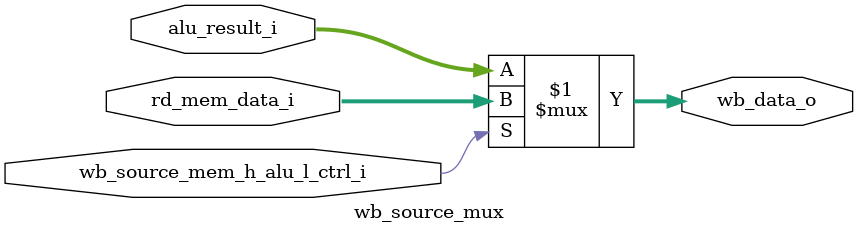
<source format=sv>
module wb_source_mux #(
    parameter DATA_WIDTH = 32
) (
    input wire [DATA_WIDTH-1:0] rd_mem_data_i,
    input wire [DATA_WIDTH-1:0] alu_result_i,
    input wire wb_source_mem_h_alu_l_ctrl_i,
    output wire [DATA_WIDTH-1:0] wb_data_o
);

assign wb_data_o = wb_source_mem_h_alu_l_ctrl_i ? rd_mem_data_i : alu_result_i;

endmodule
</source>
